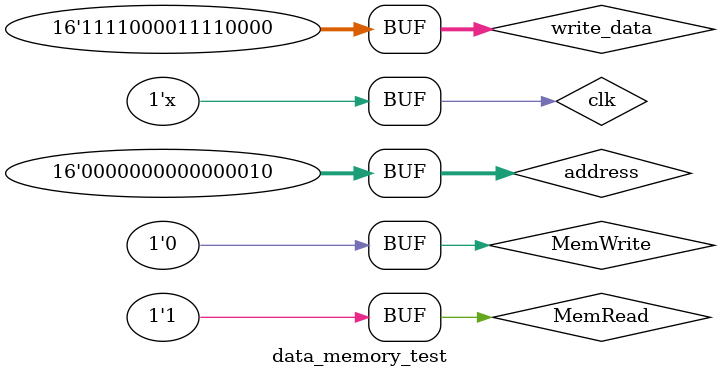
<source format=v>
`timescale 1ns / 1ps


module data_memory_test;

	// Inputs
	reg clk;
	reg [15:0] address;
	reg [15:0] write_data;
	reg MemWrite;
	reg MemRead;

	// Outputs
	wire [15:0] read_data_mem;

	// Instantiate the Unit Under Test (UUT)
	Data_Memory uut (
		.clk(clk), 
		.address(address), 
		.write_data(write_data), 
		.MemWrite(MemWrite), 
		.MemRead(MemRead), 
		.read_data_mem(read_data_mem)
	);
	always #10 clk = !clk;
	initial begin
		// Initialize Inputs
		clk = 0;
		address = 0;
		write_data = 0;
		MemWrite = 0;
		MemRead = 0;

		// Wait 100 ns for global reset to finish
		#100;
        
		// Add stimulus here
		address = 2;
		write_data = 16'b1111000011110000;
		MemWrite = 1;
		MemRead = 0;
		#100;
		
		MemWrite = 0;
		MemRead = 1;
	end
      
endmodule


</source>
